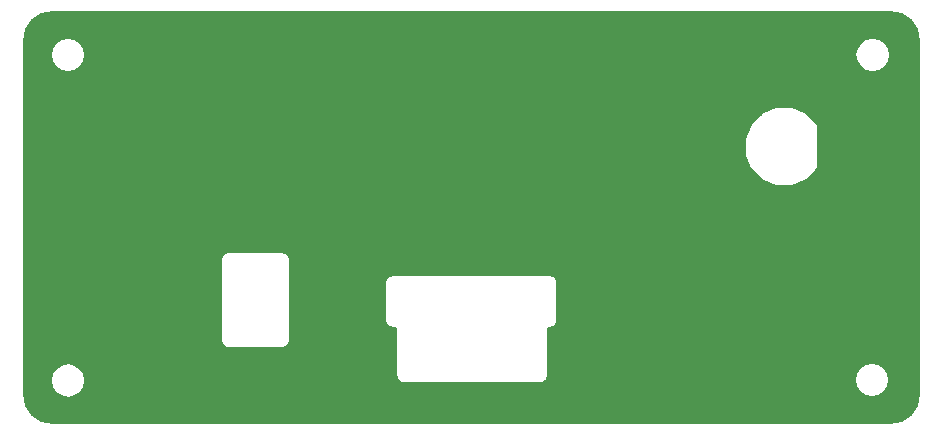
<source format=gtl>
G04 #@! TF.FileFunction,Copper,L1,Top,Signal*
%FSLAX46Y46*%
G04 Gerber Fmt 4.6, Leading zero omitted, Abs format (unit mm)*
G04 Created by KiCad (PCBNEW (2016-07-22 BZR 6991, Git 146a78a)-product) date 08/19/16 17:42:04*
%MOMM*%
%LPD*%
G01*
G04 APERTURE LIST*
%ADD10C,0.150000*%
%ADD11C,0.800000*%
%ADD12C,0.254000*%
G04 APERTURE END LIST*
D10*
D11*
X61985000Y-12345802D03*
X62500802Y-10420802D03*
X63910000Y-9011604D03*
X65835000Y-8495802D03*
X67760000Y-9011604D03*
X69169198Y-10420802D03*
X69685000Y-12345802D03*
X69169198Y-14270802D03*
X67760000Y-15680000D03*
X65835000Y-16195802D03*
X63910000Y-15680000D03*
X62500802Y-14270802D03*
D12*
G36*
X75779429Y-1158592D02*
X76541926Y-1668077D01*
X77051408Y-2430571D01*
X77233000Y-3343495D01*
X77233000Y-33326505D01*
X77051408Y-34239429D01*
X76541926Y-35001923D01*
X75779429Y-35511408D01*
X74866495Y-35693002D01*
X3883485Y-35702998D01*
X2970571Y-35521408D01*
X2208077Y-35011926D01*
X1698592Y-34249429D01*
X1517000Y-33336505D01*
X1517000Y-32140000D01*
X3708000Y-32140000D01*
X3822333Y-32714791D01*
X4147926Y-33202074D01*
X4635209Y-33527667D01*
X5210000Y-33642000D01*
X5784791Y-33527667D01*
X6272074Y-33202074D01*
X6597667Y-32714791D01*
X6712000Y-32140000D01*
X6597667Y-31565209D01*
X6272074Y-31077926D01*
X5784791Y-30752333D01*
X5210000Y-30638000D01*
X4635209Y-30752333D01*
X4147926Y-31077926D01*
X3822333Y-31565209D01*
X3708000Y-32140000D01*
X1517000Y-32140000D01*
X1517000Y-21900000D01*
X18123000Y-21900000D01*
X18123000Y-28750000D01*
X18126401Y-28767098D01*
X18126401Y-28784531D01*
X18164461Y-28975873D01*
X18164461Y-28975874D01*
X18190890Y-29039679D01*
X18299275Y-29201888D01*
X18348110Y-29250723D01*
X18510321Y-29359110D01*
X18510322Y-29359111D01*
X18547698Y-29374592D01*
X18574126Y-29385539D01*
X18574127Y-29385539D01*
X18765470Y-29423599D01*
X18782902Y-29423599D01*
X18800000Y-29427000D01*
X23350000Y-29427000D01*
X23367098Y-29423599D01*
X23384531Y-29423599D01*
X23575873Y-29385539D01*
X23575874Y-29385539D01*
X23639679Y-29359110D01*
X23801890Y-29250723D01*
X23850725Y-29201888D01*
X23959110Y-29039679D01*
X23959111Y-29039678D01*
X23985539Y-28975873D01*
X24023599Y-28784530D01*
X24023599Y-28767098D01*
X24027000Y-28750000D01*
X24027000Y-23850000D01*
X32023000Y-23850000D01*
X32023000Y-27050000D01*
X32026401Y-27067098D01*
X32026401Y-27084531D01*
X32064461Y-27275873D01*
X32064461Y-27275874D01*
X32090890Y-27339679D01*
X32199275Y-27501888D01*
X32248110Y-27550723D01*
X32410321Y-27659110D01*
X32410322Y-27659111D01*
X32447698Y-27674592D01*
X32474126Y-27685539D01*
X32474127Y-27685539D01*
X32665470Y-27723599D01*
X32682902Y-27723599D01*
X32700000Y-27727000D01*
X32973000Y-27727000D01*
X32973000Y-31750000D01*
X32976401Y-31767098D01*
X32976401Y-31784531D01*
X33014461Y-31975873D01*
X33014461Y-31975874D01*
X33040890Y-32039679D01*
X33149275Y-32201888D01*
X33198110Y-32250723D01*
X33360321Y-32359110D01*
X33360322Y-32359111D01*
X33397698Y-32374592D01*
X33424126Y-32385539D01*
X33424127Y-32385539D01*
X33615470Y-32423599D01*
X33632902Y-32423599D01*
X33650000Y-32427000D01*
X45200000Y-32427000D01*
X45217098Y-32423599D01*
X45234531Y-32423599D01*
X45425873Y-32385539D01*
X45425874Y-32385539D01*
X45489679Y-32359110D01*
X45651890Y-32250723D01*
X45700725Y-32201888D01*
X45768804Y-32100000D01*
X71788000Y-32100000D01*
X71902333Y-32674791D01*
X72227926Y-33162074D01*
X72715209Y-33487667D01*
X73290000Y-33602000D01*
X73864791Y-33487667D01*
X74352074Y-33162074D01*
X74677667Y-32674791D01*
X74792000Y-32100000D01*
X74677667Y-31525209D01*
X74352074Y-31037926D01*
X73864791Y-30712333D01*
X73290000Y-30598000D01*
X72715209Y-30712333D01*
X72227926Y-31037926D01*
X71902333Y-31525209D01*
X71788000Y-32100000D01*
X45768804Y-32100000D01*
X45809110Y-32039679D01*
X45809111Y-32039678D01*
X45835539Y-31975873D01*
X45873599Y-31784530D01*
X45873599Y-31767098D01*
X45877000Y-31750000D01*
X45877000Y-27727000D01*
X46000000Y-27727000D01*
X46017098Y-27723599D01*
X46034531Y-27723599D01*
X46225873Y-27685539D01*
X46225874Y-27685539D01*
X46289679Y-27659110D01*
X46451890Y-27550723D01*
X46500725Y-27501888D01*
X46609110Y-27339679D01*
X46609111Y-27339678D01*
X46635539Y-27275873D01*
X46673599Y-27084530D01*
X46673599Y-27067098D01*
X46677000Y-27050000D01*
X46677000Y-23850000D01*
X46673599Y-23832902D01*
X46673599Y-23815470D01*
X46635539Y-23624127D01*
X46609111Y-23560322D01*
X46609110Y-23560321D01*
X46500723Y-23398110D01*
X46451888Y-23349275D01*
X46289679Y-23240890D01*
X46225874Y-23214461D01*
X46225873Y-23214461D01*
X46034531Y-23176401D01*
X46017098Y-23176401D01*
X46000000Y-23173000D01*
X32700000Y-23173000D01*
X32682902Y-23176401D01*
X32665470Y-23176401D01*
X32474127Y-23214461D01*
X32474126Y-23214461D01*
X32449064Y-23224842D01*
X32410322Y-23240889D01*
X32410321Y-23240890D01*
X32248112Y-23349275D01*
X32199277Y-23398110D01*
X32090890Y-23560321D01*
X32090890Y-23560322D01*
X32064461Y-23624127D01*
X32026401Y-23815469D01*
X32026401Y-23832902D01*
X32023000Y-23850000D01*
X24027000Y-23850000D01*
X24027000Y-21900000D01*
X24023599Y-21882902D01*
X24023599Y-21865470D01*
X23985539Y-21674127D01*
X23959111Y-21610322D01*
X23959110Y-21610321D01*
X23850723Y-21448110D01*
X23801888Y-21399275D01*
X23639679Y-21290890D01*
X23575874Y-21264461D01*
X23575873Y-21264461D01*
X23384531Y-21226401D01*
X23367098Y-21226401D01*
X23350000Y-21223000D01*
X18800000Y-21223000D01*
X18782902Y-21226401D01*
X18765470Y-21226401D01*
X18574127Y-21264461D01*
X18574126Y-21264461D01*
X18549064Y-21274842D01*
X18510322Y-21290889D01*
X18510321Y-21290890D01*
X18348112Y-21399275D01*
X18299277Y-21448110D01*
X18190890Y-21610321D01*
X18190890Y-21610322D01*
X18164461Y-21674127D01*
X18126401Y-21865469D01*
X18126401Y-21882902D01*
X18123000Y-21900000D01*
X1517000Y-21900000D01*
X1517000Y-12974821D01*
X62443948Y-12974821D01*
X62459207Y-13052146D01*
X62459208Y-13052147D01*
X62942791Y-14224635D01*
X62942792Y-14224640D01*
X62948618Y-14233387D01*
X62986481Y-14290240D01*
X62986484Y-14290242D01*
X63881946Y-15188418D01*
X63881948Y-15188421D01*
X63908222Y-15206035D01*
X63947415Y-15232309D01*
X63947420Y-15232310D01*
X65118435Y-15719438D01*
X65118439Y-15719441D01*
X65195717Y-15734934D01*
X66464019Y-15736854D01*
X66541344Y-15721595D01*
X66541346Y-15721593D01*
X67713833Y-15238011D01*
X67713838Y-15238010D01*
X67753214Y-15211786D01*
X67779438Y-15194321D01*
X67779440Y-15194318D01*
X68677619Y-14298853D01*
X68677704Y-14298726D01*
X68677836Y-14298638D01*
X68699752Y-14265839D01*
X68721507Y-14233387D01*
X68721538Y-14233233D01*
X68721624Y-14233104D01*
X68729181Y-14195112D01*
X68737001Y-14156108D01*
X68736970Y-14155952D01*
X68737000Y-14155802D01*
X68737000Y-10535807D01*
X68737001Y-10535802D01*
X68721624Y-10458500D01*
X68677836Y-10392966D01*
X67787836Y-9502966D01*
X67754958Y-9480998D01*
X67722585Y-9459296D01*
X67722303Y-9459179D01*
X67722302Y-9459178D01*
X67722301Y-9459178D01*
X66551562Y-8972164D01*
X66551563Y-8972164D01*
X66551561Y-8972163D01*
X66489776Y-8959776D01*
X66474283Y-8956670D01*
X66474282Y-8956670D01*
X65205981Y-8954750D01*
X65128656Y-8970009D01*
X63956167Y-9453593D01*
X63956162Y-9453594D01*
X63890563Y-9497283D01*
X62992381Y-10392750D01*
X62948493Y-10458217D01*
X62948492Y-10458222D01*
X62461363Y-11629239D01*
X62461361Y-11629241D01*
X62445868Y-11706520D01*
X62443948Y-12974821D01*
X1517000Y-12974821D01*
X1517000Y-4590000D01*
X3718000Y-4590000D01*
X3832333Y-5164791D01*
X4157926Y-5652074D01*
X4645209Y-5977667D01*
X5220000Y-6092000D01*
X5794791Y-5977667D01*
X6282074Y-5652074D01*
X6607667Y-5164791D01*
X6722000Y-4590000D01*
X6716033Y-4560000D01*
X71828000Y-4560000D01*
X71942333Y-5134791D01*
X72267926Y-5622074D01*
X72755209Y-5947667D01*
X73330000Y-6062000D01*
X73904791Y-5947667D01*
X74392074Y-5622074D01*
X74717667Y-5134791D01*
X74832000Y-4560000D01*
X74717667Y-3985209D01*
X74392074Y-3497926D01*
X73904791Y-3172333D01*
X73330000Y-3058000D01*
X72755209Y-3172333D01*
X72267926Y-3497926D01*
X71942333Y-3985209D01*
X71828000Y-4560000D01*
X6716033Y-4560000D01*
X6607667Y-4015209D01*
X6282074Y-3527926D01*
X5794791Y-3202333D01*
X5220000Y-3088000D01*
X4645209Y-3202333D01*
X4157926Y-3527926D01*
X3832333Y-4015209D01*
X3718000Y-4590000D01*
X1517000Y-4590000D01*
X1517000Y-3343495D01*
X1698592Y-2430571D01*
X2208077Y-1668074D01*
X2970571Y-1158592D01*
X3883495Y-977000D01*
X74866505Y-977000D01*
X75779429Y-1158592D01*
X75779429Y-1158592D01*
G37*
X75779429Y-1158592D02*
X76541926Y-1668077D01*
X77051408Y-2430571D01*
X77233000Y-3343495D01*
X77233000Y-33326505D01*
X77051408Y-34239429D01*
X76541926Y-35001923D01*
X75779429Y-35511408D01*
X74866495Y-35693002D01*
X3883485Y-35702998D01*
X2970571Y-35521408D01*
X2208077Y-35011926D01*
X1698592Y-34249429D01*
X1517000Y-33336505D01*
X1517000Y-32140000D01*
X3708000Y-32140000D01*
X3822333Y-32714791D01*
X4147926Y-33202074D01*
X4635209Y-33527667D01*
X5210000Y-33642000D01*
X5784791Y-33527667D01*
X6272074Y-33202074D01*
X6597667Y-32714791D01*
X6712000Y-32140000D01*
X6597667Y-31565209D01*
X6272074Y-31077926D01*
X5784791Y-30752333D01*
X5210000Y-30638000D01*
X4635209Y-30752333D01*
X4147926Y-31077926D01*
X3822333Y-31565209D01*
X3708000Y-32140000D01*
X1517000Y-32140000D01*
X1517000Y-21900000D01*
X18123000Y-21900000D01*
X18123000Y-28750000D01*
X18126401Y-28767098D01*
X18126401Y-28784531D01*
X18164461Y-28975873D01*
X18164461Y-28975874D01*
X18190890Y-29039679D01*
X18299275Y-29201888D01*
X18348110Y-29250723D01*
X18510321Y-29359110D01*
X18510322Y-29359111D01*
X18547698Y-29374592D01*
X18574126Y-29385539D01*
X18574127Y-29385539D01*
X18765470Y-29423599D01*
X18782902Y-29423599D01*
X18800000Y-29427000D01*
X23350000Y-29427000D01*
X23367098Y-29423599D01*
X23384531Y-29423599D01*
X23575873Y-29385539D01*
X23575874Y-29385539D01*
X23639679Y-29359110D01*
X23801890Y-29250723D01*
X23850725Y-29201888D01*
X23959110Y-29039679D01*
X23959111Y-29039678D01*
X23985539Y-28975873D01*
X24023599Y-28784530D01*
X24023599Y-28767098D01*
X24027000Y-28750000D01*
X24027000Y-23850000D01*
X32023000Y-23850000D01*
X32023000Y-27050000D01*
X32026401Y-27067098D01*
X32026401Y-27084531D01*
X32064461Y-27275873D01*
X32064461Y-27275874D01*
X32090890Y-27339679D01*
X32199275Y-27501888D01*
X32248110Y-27550723D01*
X32410321Y-27659110D01*
X32410322Y-27659111D01*
X32447698Y-27674592D01*
X32474126Y-27685539D01*
X32474127Y-27685539D01*
X32665470Y-27723599D01*
X32682902Y-27723599D01*
X32700000Y-27727000D01*
X32973000Y-27727000D01*
X32973000Y-31750000D01*
X32976401Y-31767098D01*
X32976401Y-31784531D01*
X33014461Y-31975873D01*
X33014461Y-31975874D01*
X33040890Y-32039679D01*
X33149275Y-32201888D01*
X33198110Y-32250723D01*
X33360321Y-32359110D01*
X33360322Y-32359111D01*
X33397698Y-32374592D01*
X33424126Y-32385539D01*
X33424127Y-32385539D01*
X33615470Y-32423599D01*
X33632902Y-32423599D01*
X33650000Y-32427000D01*
X45200000Y-32427000D01*
X45217098Y-32423599D01*
X45234531Y-32423599D01*
X45425873Y-32385539D01*
X45425874Y-32385539D01*
X45489679Y-32359110D01*
X45651890Y-32250723D01*
X45700725Y-32201888D01*
X45768804Y-32100000D01*
X71788000Y-32100000D01*
X71902333Y-32674791D01*
X72227926Y-33162074D01*
X72715209Y-33487667D01*
X73290000Y-33602000D01*
X73864791Y-33487667D01*
X74352074Y-33162074D01*
X74677667Y-32674791D01*
X74792000Y-32100000D01*
X74677667Y-31525209D01*
X74352074Y-31037926D01*
X73864791Y-30712333D01*
X73290000Y-30598000D01*
X72715209Y-30712333D01*
X72227926Y-31037926D01*
X71902333Y-31525209D01*
X71788000Y-32100000D01*
X45768804Y-32100000D01*
X45809110Y-32039679D01*
X45809111Y-32039678D01*
X45835539Y-31975873D01*
X45873599Y-31784530D01*
X45873599Y-31767098D01*
X45877000Y-31750000D01*
X45877000Y-27727000D01*
X46000000Y-27727000D01*
X46017098Y-27723599D01*
X46034531Y-27723599D01*
X46225873Y-27685539D01*
X46225874Y-27685539D01*
X46289679Y-27659110D01*
X46451890Y-27550723D01*
X46500725Y-27501888D01*
X46609110Y-27339679D01*
X46609111Y-27339678D01*
X46635539Y-27275873D01*
X46673599Y-27084530D01*
X46673599Y-27067098D01*
X46677000Y-27050000D01*
X46677000Y-23850000D01*
X46673599Y-23832902D01*
X46673599Y-23815470D01*
X46635539Y-23624127D01*
X46609111Y-23560322D01*
X46609110Y-23560321D01*
X46500723Y-23398110D01*
X46451888Y-23349275D01*
X46289679Y-23240890D01*
X46225874Y-23214461D01*
X46225873Y-23214461D01*
X46034531Y-23176401D01*
X46017098Y-23176401D01*
X46000000Y-23173000D01*
X32700000Y-23173000D01*
X32682902Y-23176401D01*
X32665470Y-23176401D01*
X32474127Y-23214461D01*
X32474126Y-23214461D01*
X32449064Y-23224842D01*
X32410322Y-23240889D01*
X32410321Y-23240890D01*
X32248112Y-23349275D01*
X32199277Y-23398110D01*
X32090890Y-23560321D01*
X32090890Y-23560322D01*
X32064461Y-23624127D01*
X32026401Y-23815469D01*
X32026401Y-23832902D01*
X32023000Y-23850000D01*
X24027000Y-23850000D01*
X24027000Y-21900000D01*
X24023599Y-21882902D01*
X24023599Y-21865470D01*
X23985539Y-21674127D01*
X23959111Y-21610322D01*
X23959110Y-21610321D01*
X23850723Y-21448110D01*
X23801888Y-21399275D01*
X23639679Y-21290890D01*
X23575874Y-21264461D01*
X23575873Y-21264461D01*
X23384531Y-21226401D01*
X23367098Y-21226401D01*
X23350000Y-21223000D01*
X18800000Y-21223000D01*
X18782902Y-21226401D01*
X18765470Y-21226401D01*
X18574127Y-21264461D01*
X18574126Y-21264461D01*
X18549064Y-21274842D01*
X18510322Y-21290889D01*
X18510321Y-21290890D01*
X18348112Y-21399275D01*
X18299277Y-21448110D01*
X18190890Y-21610321D01*
X18190890Y-21610322D01*
X18164461Y-21674127D01*
X18126401Y-21865469D01*
X18126401Y-21882902D01*
X18123000Y-21900000D01*
X1517000Y-21900000D01*
X1517000Y-12974821D01*
X62443948Y-12974821D01*
X62459207Y-13052146D01*
X62459208Y-13052147D01*
X62942791Y-14224635D01*
X62942792Y-14224640D01*
X62948618Y-14233387D01*
X62986481Y-14290240D01*
X62986484Y-14290242D01*
X63881946Y-15188418D01*
X63881948Y-15188421D01*
X63908222Y-15206035D01*
X63947415Y-15232309D01*
X63947420Y-15232310D01*
X65118435Y-15719438D01*
X65118439Y-15719441D01*
X65195717Y-15734934D01*
X66464019Y-15736854D01*
X66541344Y-15721595D01*
X66541346Y-15721593D01*
X67713833Y-15238011D01*
X67713838Y-15238010D01*
X67753214Y-15211786D01*
X67779438Y-15194321D01*
X67779440Y-15194318D01*
X68677619Y-14298853D01*
X68677704Y-14298726D01*
X68677836Y-14298638D01*
X68699752Y-14265839D01*
X68721507Y-14233387D01*
X68721538Y-14233233D01*
X68721624Y-14233104D01*
X68729181Y-14195112D01*
X68737001Y-14156108D01*
X68736970Y-14155952D01*
X68737000Y-14155802D01*
X68737000Y-10535807D01*
X68737001Y-10535802D01*
X68721624Y-10458500D01*
X68677836Y-10392966D01*
X67787836Y-9502966D01*
X67754958Y-9480998D01*
X67722585Y-9459296D01*
X67722303Y-9459179D01*
X67722302Y-9459178D01*
X67722301Y-9459178D01*
X66551562Y-8972164D01*
X66551563Y-8972164D01*
X66551561Y-8972163D01*
X66489776Y-8959776D01*
X66474283Y-8956670D01*
X66474282Y-8956670D01*
X65205981Y-8954750D01*
X65128656Y-8970009D01*
X63956167Y-9453593D01*
X63956162Y-9453594D01*
X63890563Y-9497283D01*
X62992381Y-10392750D01*
X62948493Y-10458217D01*
X62948492Y-10458222D01*
X62461363Y-11629239D01*
X62461361Y-11629241D01*
X62445868Y-11706520D01*
X62443948Y-12974821D01*
X1517000Y-12974821D01*
X1517000Y-4590000D01*
X3718000Y-4590000D01*
X3832333Y-5164791D01*
X4157926Y-5652074D01*
X4645209Y-5977667D01*
X5220000Y-6092000D01*
X5794791Y-5977667D01*
X6282074Y-5652074D01*
X6607667Y-5164791D01*
X6722000Y-4590000D01*
X6716033Y-4560000D01*
X71828000Y-4560000D01*
X71942333Y-5134791D01*
X72267926Y-5622074D01*
X72755209Y-5947667D01*
X73330000Y-6062000D01*
X73904791Y-5947667D01*
X74392074Y-5622074D01*
X74717667Y-5134791D01*
X74832000Y-4560000D01*
X74717667Y-3985209D01*
X74392074Y-3497926D01*
X73904791Y-3172333D01*
X73330000Y-3058000D01*
X72755209Y-3172333D01*
X72267926Y-3497926D01*
X71942333Y-3985209D01*
X71828000Y-4560000D01*
X6716033Y-4560000D01*
X6607667Y-4015209D01*
X6282074Y-3527926D01*
X5794791Y-3202333D01*
X5220000Y-3088000D01*
X4645209Y-3202333D01*
X4157926Y-3527926D01*
X3832333Y-4015209D01*
X3718000Y-4590000D01*
X1517000Y-4590000D01*
X1517000Y-3343495D01*
X1698592Y-2430571D01*
X2208077Y-1668074D01*
X2970571Y-1158592D01*
X3883495Y-977000D01*
X74866505Y-977000D01*
X75779429Y-1158592D01*
M02*

</source>
